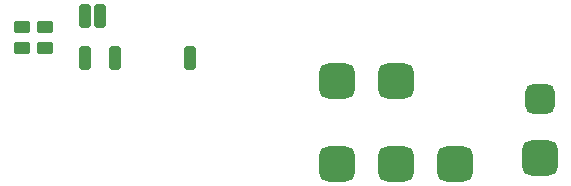
<source format=gts>
%TF.GenerationSoftware,KiCad,Pcbnew,(6.0.1)*%
%TF.CreationDate,2022-03-09T13:46:12-07:00*%
%TF.ProjectId,MShaw_PICO_Edition_4gbNandExtensionQSB_V2.6,4d536861-775f-4504-9943-4f5f45646974,rev?*%
%TF.SameCoordinates,Original*%
%TF.FileFunction,Soldermask,Top*%
%TF.FilePolarity,Negative*%
%FSLAX46Y46*%
G04 Gerber Fmt 4.6, Leading zero omitted, Abs format (unit mm)*
G04 Created by KiCad (PCBNEW (6.0.1)) date 2022-03-09 13:46:12*
%MOMM*%
%LPD*%
G01*
G04 APERTURE LIST*
G04 Aperture macros list*
%AMRoundRect*
0 Rectangle with rounded corners*
0 $1 Rounding radius*
0 $2 $3 $4 $5 $6 $7 $8 $9 X,Y pos of 4 corners*
0 Add a 4 corners polygon primitive as box body*
4,1,4,$2,$3,$4,$5,$6,$7,$8,$9,$2,$3,0*
0 Add four circle primitives for the rounded corners*
1,1,$1+$1,$2,$3*
1,1,$1+$1,$4,$5*
1,1,$1+$1,$6,$7*
1,1,$1+$1,$8,$9*
0 Add four rect primitives between the rounded corners*
20,1,$1+$1,$2,$3,$4,$5,0*
20,1,$1+$1,$4,$5,$6,$7,0*
20,1,$1+$1,$6,$7,$8,$9,0*
20,1,$1+$1,$8,$9,$2,$3,0*%
G04 Aperture macros list end*
%ADD10RoundRect,0.625000X-0.625000X-0.625000X0.625000X-0.625000X0.625000X0.625000X-0.625000X0.625000X0*%
%ADD11RoundRect,0.750000X-0.750000X-0.750000X0.750000X-0.750000X0.750000X0.750000X-0.750000X0.750000X0*%
%ADD12RoundRect,0.250000X0.450000X-0.262500X0.450000X0.262500X-0.450000X0.262500X-0.450000X-0.262500X0*%
%ADD13RoundRect,0.250000X0.250000X-0.750000X0.250000X0.750000X-0.250000X0.750000X-0.250000X-0.750000X0*%
%ADD14RoundRect,0.750000X0.750000X-0.750000X0.750000X0.750000X-0.750000X0.750000X-0.750000X-0.750000X0*%
G04 APERTURE END LIST*
D10*
%TO.C,J5*%
X170090000Y-102500000D03*
D11*
X170090000Y-107500000D03*
%TD*%
D12*
%TO.C,R1*%
X128260000Y-98212500D03*
X128260000Y-96387500D03*
%TD*%
D13*
%TO.C,J3*%
X131570000Y-95500000D03*
X132840000Y-95500000D03*
%TD*%
D14*
%TO.C,J4*%
X152910000Y-108000000D03*
X152910000Y-101000000D03*
X157910000Y-108000000D03*
X157910000Y-101000000D03*
X162910000Y-108000000D03*
%TD*%
D12*
%TO.C,D1*%
X126260000Y-98212500D03*
X126260000Y-96387500D03*
%TD*%
D13*
%TO.C,J1*%
X131570000Y-99050000D03*
X134110000Y-99050000D03*
X140460000Y-99050000D03*
%TD*%
M02*

</source>
